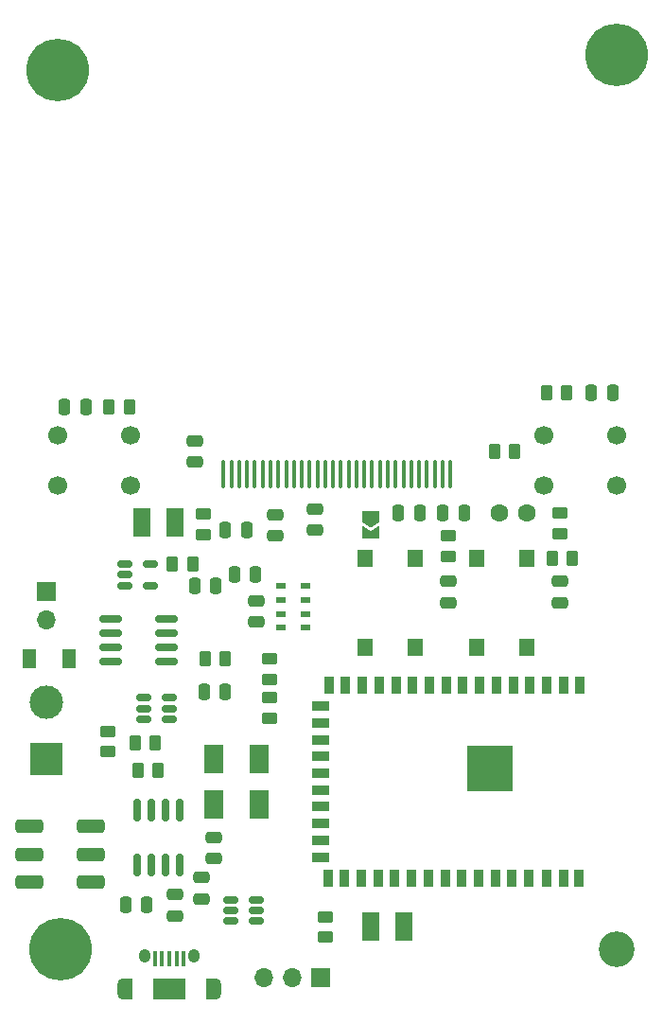
<source format=gbr>
%TF.GenerationSoftware,KiCad,Pcbnew,(6.0.0)*%
%TF.CreationDate,2022-02-04T14:54:06+01:00*%
%TF.ProjectId,wifitemp,77696669-7465-46d7-902e-6b696361645f,rev?*%
%TF.SameCoordinates,Original*%
%TF.FileFunction,Soldermask,Top*%
%TF.FilePolarity,Negative*%
%FSLAX46Y46*%
G04 Gerber Fmt 4.6, Leading zero omitted, Abs format (unit mm)*
G04 Created by KiCad (PCBNEW (6.0.0)) date 2022-02-04 14:54:06*
%MOMM*%
%LPD*%
G01*
G04 APERTURE LIST*
G04 Aperture macros list*
%AMRoundRect*
0 Rectangle with rounded corners*
0 $1 Rounding radius*
0 $2 $3 $4 $5 $6 $7 $8 $9 X,Y pos of 4 corners*
0 Add a 4 corners polygon primitive as box body*
4,1,4,$2,$3,$4,$5,$6,$7,$8,$9,$2,$3,0*
0 Add four circle primitives for the rounded corners*
1,1,$1+$1,$2,$3*
1,1,$1+$1,$4,$5*
1,1,$1+$1,$6,$7*
1,1,$1+$1,$8,$9*
0 Add four rect primitives between the rounded corners*
20,1,$1+$1,$2,$3,$4,$5,0*
20,1,$1+$1,$4,$5,$6,$7,0*
20,1,$1+$1,$6,$7,$8,$9,0*
20,1,$1+$1,$8,$9,$2,$3,0*%
%AMFreePoly0*
4,1,6,1.000000,0.000000,0.500000,-0.750000,-0.500000,-0.750000,-0.500000,0.750000,0.500000,0.750000,1.000000,0.000000,1.000000,0.000000,$1*%
%AMFreePoly1*
4,1,6,0.500000,-0.750000,-0.650000,-0.750000,-0.150000,0.000000,-0.650000,0.750000,0.500000,0.750000,0.500000,-0.750000,0.500000,-0.750000,$1*%
G04 Aperture macros list end*
%ADD10RoundRect,0.250000X0.262500X0.450000X-0.262500X0.450000X-0.262500X-0.450000X0.262500X-0.450000X0*%
%ADD11RoundRect,0.150000X-0.512500X-0.150000X0.512500X-0.150000X0.512500X0.150000X-0.512500X0.150000X0*%
%ADD12RoundRect,0.250000X-0.475000X0.250000X-0.475000X-0.250000X0.475000X-0.250000X0.475000X0.250000X0*%
%ADD13R,1.800000X2.500000*%
%ADD14C,1.700000*%
%ADD15R,0.950000X0.550000*%
%ADD16C,5.600000*%
%ADD17R,1.700000X1.700000*%
%ADD18O,1.700000X1.700000*%
%ADD19RoundRect,0.250000X-0.450000X0.262500X-0.450000X-0.262500X0.450000X-0.262500X0.450000X0.262500X0*%
%ADD20RoundRect,0.250000X-0.250000X-0.475000X0.250000X-0.475000X0.250000X0.475000X-0.250000X0.475000X0*%
%ADD21RoundRect,0.250000X0.475000X-0.250000X0.475000X0.250000X-0.475000X0.250000X-0.475000X-0.250000X0*%
%ADD22RoundRect,0.250000X-0.262500X-0.450000X0.262500X-0.450000X0.262500X0.450000X-0.262500X0.450000X0*%
%ADD23R,1.400000X1.600000*%
%ADD24R,1.300000X1.700000*%
%ADD25RoundRect,0.250000X0.450000X-0.262500X0.450000X0.262500X-0.450000X0.262500X-0.450000X-0.262500X0*%
%ADD26RoundRect,0.250000X0.250000X0.475000X-0.250000X0.475000X-0.250000X-0.475000X0.250000X-0.475000X0*%
%ADD27R,1.500000X2.600000*%
%ADD28FreePoly0,270.000000*%
%ADD29FreePoly1,270.000000*%
%ADD30C,1.600000*%
%ADD31RoundRect,0.100000X-0.100000X-1.150000X0.100000X-1.150000X0.100000X1.150000X-0.100000X1.150000X0*%
%ADD32RoundRect,0.300000X0.950000X-0.300000X0.950000X0.300000X-0.950000X0.300000X-0.950000X-0.300000X0*%
%ADD33RoundRect,0.150000X-0.825000X-0.150000X0.825000X-0.150000X0.825000X0.150000X-0.825000X0.150000X0*%
%ADD34RoundRect,0.150000X-0.150000X0.825000X-0.150000X-0.825000X0.150000X-0.825000X0.150000X0.825000X0*%
%ADD35R,0.400000X1.350000*%
%ADD36O,1.000000X1.900000*%
%ADD37R,0.875000X1.900000*%
%ADD38O,1.050000X1.250000*%
%ADD39R,2.900000X1.900000*%
%ADD40R,0.900000X1.500000*%
%ADD41R,1.500000X0.900000*%
%ADD42R,4.100000X4.100000*%
%ADD43C,3.200000*%
%ADD44R,3.000000X3.000000*%
%ADD45C,3.000000*%
G04 APERTURE END LIST*
D10*
%TO.C,R11*%
X144000000Y-119000000D03*
X142175000Y-119000000D03*
%TD*%
D11*
%TO.C,U3*%
X141000000Y-100550000D03*
X141000000Y-101500000D03*
X141000000Y-102450000D03*
X143275000Y-102450000D03*
X143275000Y-100550000D03*
%TD*%
%TO.C,U1*%
X150500000Y-130550000D03*
X150500000Y-131500000D03*
X150500000Y-132450000D03*
X152775000Y-132450000D03*
X152775000Y-131500000D03*
X152775000Y-130550000D03*
%TD*%
D12*
%TO.C,C12*%
X149000000Y-125000000D03*
X149000000Y-126900000D03*
%TD*%
D13*
%TO.C,D3*%
X153000000Y-122000000D03*
X153000000Y-118000000D03*
%TD*%
D14*
%TO.C,SW3*%
X135000000Y-89000000D03*
X141500000Y-89000000D03*
X135000000Y-93500000D03*
X141500000Y-93500000D03*
%TD*%
D10*
%TO.C,R2*%
X181075000Y-100000000D03*
X179250000Y-100000000D03*
%TD*%
D15*
%TO.C,U6*%
X155000000Y-102500000D03*
X155000000Y-103750000D03*
X155000000Y-105000000D03*
X155000000Y-106250000D03*
X157150000Y-106250000D03*
X157150000Y-105000000D03*
X157150000Y-103750000D03*
X157150000Y-102500000D03*
%TD*%
D16*
%TO.C,H1*%
X135000000Y-56350000D03*
%TD*%
D17*
%TO.C,J1*%
X158500000Y-137500000D03*
D18*
X155960000Y-137500000D03*
X153420000Y-137500000D03*
%TD*%
D19*
%TO.C,R6*%
X159000000Y-132087500D03*
X159000000Y-133912500D03*
%TD*%
D16*
%TO.C,H2*%
X135250000Y-135000000D03*
%TD*%
D20*
%TO.C,C4*%
X150000000Y-97500000D03*
X151900000Y-97500000D03*
%TD*%
D10*
%TO.C,R10*%
X147075000Y-100500000D03*
X145250000Y-100500000D03*
%TD*%
D20*
%TO.C,C10*%
X182762500Y-85250000D03*
X184662500Y-85250000D03*
%TD*%
D21*
%TO.C,C5*%
X154500000Y-98000000D03*
X154500000Y-96100000D03*
%TD*%
D19*
%TO.C,R4*%
X154000000Y-109000000D03*
X154000000Y-110825000D03*
%TD*%
D10*
%TO.C,R7*%
X141425000Y-86500000D03*
X139600000Y-86500000D03*
%TD*%
D12*
%TO.C,C18*%
X145500000Y-130100000D03*
X145500000Y-132000000D03*
%TD*%
D22*
%TO.C,R1*%
X174087500Y-90500000D03*
X175912500Y-90500000D03*
%TD*%
D23*
%TO.C,SW2*%
X167000000Y-100000000D03*
X167000000Y-108000000D03*
X162500000Y-100000000D03*
X162500000Y-108000000D03*
%TD*%
D24*
%TO.C,D5*%
X132500000Y-109000000D03*
X136000000Y-109000000D03*
%TD*%
D12*
%TO.C,C3*%
X147250000Y-89500000D03*
X147250000Y-91400000D03*
%TD*%
D19*
%TO.C,R5*%
X154000000Y-112500000D03*
X154000000Y-114325000D03*
%TD*%
D13*
%TO.C,D4*%
X149000000Y-122000000D03*
X149000000Y-118000000D03*
%TD*%
D25*
%TO.C,R9*%
X148000000Y-97912500D03*
X148000000Y-96087500D03*
%TD*%
D26*
%TO.C,C9*%
X137500000Y-86500000D03*
X135600000Y-86500000D03*
%TD*%
D19*
%TO.C,R14*%
X139500000Y-115500000D03*
X139500000Y-117325000D03*
%TD*%
D12*
%TO.C,C7*%
X180000000Y-102100000D03*
X180000000Y-104000000D03*
%TD*%
D27*
%TO.C,D2*%
X142500000Y-96837500D03*
X145500000Y-96837500D03*
%TD*%
D20*
%TO.C,C6*%
X169500000Y-96000000D03*
X171400000Y-96000000D03*
%TD*%
D28*
%TO.C,JP1*%
X163000000Y-96275000D03*
D29*
X163000000Y-97725000D03*
%TD*%
D26*
%TO.C,C17*%
X152700000Y-101500000D03*
X150800000Y-101500000D03*
%TD*%
D19*
%TO.C,R15*%
X180000000Y-96000000D03*
X180000000Y-97825000D03*
%TD*%
D12*
%TO.C,C8*%
X170000000Y-102100000D03*
X170000000Y-104000000D03*
%TD*%
D14*
%TO.C,SW4*%
X178500000Y-89000000D03*
X185000000Y-89000000D03*
X178500000Y-93500000D03*
X185000000Y-93500000D03*
%TD*%
D19*
%TO.C,R3*%
X170000000Y-98000000D03*
X170000000Y-99825000D03*
%TD*%
D10*
%TO.C,R13*%
X150000000Y-109000000D03*
X148175000Y-109000000D03*
%TD*%
D30*
%TO.C,TH1*%
X174500000Y-96000000D03*
X177000000Y-96000000D03*
%TD*%
D31*
%TO.C,DS1*%
X149850000Y-92500000D03*
X150550000Y-92500000D03*
X151250000Y-92500000D03*
X151950000Y-92500000D03*
X152650000Y-92500000D03*
X153350000Y-92500000D03*
X154050000Y-92500000D03*
X154750000Y-92500000D03*
X155450000Y-92500000D03*
X156150000Y-92500000D03*
X156850000Y-92500000D03*
X157550000Y-92500000D03*
X158250000Y-92500000D03*
X158950000Y-92500000D03*
X159650000Y-92500000D03*
X160350000Y-92500000D03*
X161050000Y-92500000D03*
X161750000Y-92500000D03*
X162450000Y-92500000D03*
X163150000Y-92500000D03*
X163850000Y-92500000D03*
X164550000Y-92500000D03*
X165250000Y-92500000D03*
X165950000Y-92500000D03*
X166650000Y-92500000D03*
X167350000Y-92500000D03*
X168050000Y-92500000D03*
X168750000Y-92500000D03*
X169450000Y-92500000D03*
X170150000Y-92500000D03*
%TD*%
D22*
%TO.C,R8*%
X178750000Y-85250000D03*
X180575000Y-85250000D03*
%TD*%
D32*
%TO.C,SW5*%
X138000000Y-129000000D03*
X138000000Y-126500000D03*
X138000000Y-124000000D03*
X132500000Y-129000000D03*
X132500000Y-126500000D03*
X132500000Y-124000000D03*
%TD*%
D33*
%TO.C,Q1*%
X139750000Y-105480000D03*
X139750000Y-106750000D03*
X139750000Y-108020000D03*
X139750000Y-109290000D03*
X144700000Y-109290000D03*
X144700000Y-108020000D03*
X144700000Y-106750000D03*
X144700000Y-105480000D03*
%TD*%
D20*
%TO.C,C11*%
X147250000Y-102500000D03*
X149150000Y-102500000D03*
%TD*%
D12*
%TO.C,C1*%
X158000000Y-95600000D03*
X158000000Y-97500000D03*
%TD*%
D34*
%TO.C,U5*%
X145905000Y-122525000D03*
X144635000Y-122525000D03*
X143365000Y-122525000D03*
X142095000Y-122525000D03*
X142095000Y-127475000D03*
X143365000Y-127475000D03*
X144635000Y-127475000D03*
X145905000Y-127475000D03*
%TD*%
D16*
%TO.C,H4*%
X185000000Y-55000000D03*
%TD*%
D11*
%TO.C,U4*%
X142725000Y-112500000D03*
X142725000Y-113450000D03*
X142725000Y-114400000D03*
X145000000Y-114400000D03*
X145000000Y-113450000D03*
X145000000Y-112500000D03*
%TD*%
D22*
%TO.C,R12*%
X141925000Y-116500000D03*
X143750000Y-116500000D03*
%TD*%
D35*
%TO.C,J2*%
X146300000Y-135875000D03*
X145650000Y-135875000D03*
X145000000Y-135875000D03*
X144350000Y-135875000D03*
X143700000Y-135875000D03*
D36*
X149175000Y-138550000D03*
D37*
X148737500Y-138550000D03*
D38*
X142775000Y-135550000D03*
X147225000Y-135550000D03*
D39*
X145000000Y-138550000D03*
D36*
X140825000Y-138550000D03*
D37*
X141262500Y-138550000D03*
%TD*%
D26*
%TO.C,C2*%
X167400000Y-96000000D03*
X165500000Y-96000000D03*
%TD*%
D40*
%TO.C,U2*%
X181775000Y-111375000D03*
X180275000Y-111375000D03*
X178775000Y-111375000D03*
X177275000Y-111375000D03*
X175775000Y-111375000D03*
X174275000Y-111375000D03*
X172775000Y-111375000D03*
X171275000Y-111375000D03*
X169775000Y-111375000D03*
X168275000Y-111375000D03*
X166775000Y-111375000D03*
X165275000Y-111375000D03*
X163775000Y-111375000D03*
X162275000Y-111375000D03*
X160775000Y-111375000D03*
X159275000Y-111375000D03*
D41*
X158525000Y-113250000D03*
X158525000Y-114750000D03*
X158525000Y-116250000D03*
X158525000Y-117750000D03*
X158525000Y-119250000D03*
X158525000Y-120750000D03*
X158525000Y-122250000D03*
X158525000Y-123750000D03*
X158525000Y-125250000D03*
X158525000Y-126750000D03*
D40*
X159175000Y-128625000D03*
X160675000Y-128625000D03*
X162175000Y-128625000D03*
X163675000Y-128625000D03*
X165175000Y-128625000D03*
X166675000Y-128625000D03*
X168175000Y-128625000D03*
X169675000Y-128625000D03*
X171175000Y-128625000D03*
X172675000Y-128625000D03*
X174175000Y-128625000D03*
X175675000Y-128625000D03*
X177175000Y-128625000D03*
X178775000Y-128625000D03*
X180275000Y-128625000D03*
X181675000Y-128625000D03*
D42*
X173735000Y-118810000D03*
%TD*%
D27*
%TO.C,D1*%
X166000000Y-133000000D03*
X163000000Y-133000000D03*
%TD*%
D12*
%TO.C,C16*%
X152750000Y-103800000D03*
X152750000Y-105700000D03*
%TD*%
D43*
%TO.C,H3*%
X185000000Y-135000000D03*
%TD*%
D23*
%TO.C,SW1*%
X177000000Y-100000000D03*
X177000000Y-108000000D03*
X172500000Y-100000000D03*
X172500000Y-108000000D03*
%TD*%
D12*
%TO.C,C15*%
X147900000Y-128600000D03*
X147900000Y-130500000D03*
%TD*%
D26*
%TO.C,C14*%
X150000000Y-112000000D03*
X148100000Y-112000000D03*
%TD*%
D17*
%TO.C,J3*%
X134000000Y-103000000D03*
D18*
X134000000Y-105540000D03*
%TD*%
D20*
%TO.C,C13*%
X141100000Y-131000000D03*
X143000000Y-131000000D03*
%TD*%
D44*
%TO.C,J4*%
X134000000Y-118000000D03*
D45*
X134000000Y-112920000D03*
%TD*%
M02*

</source>
